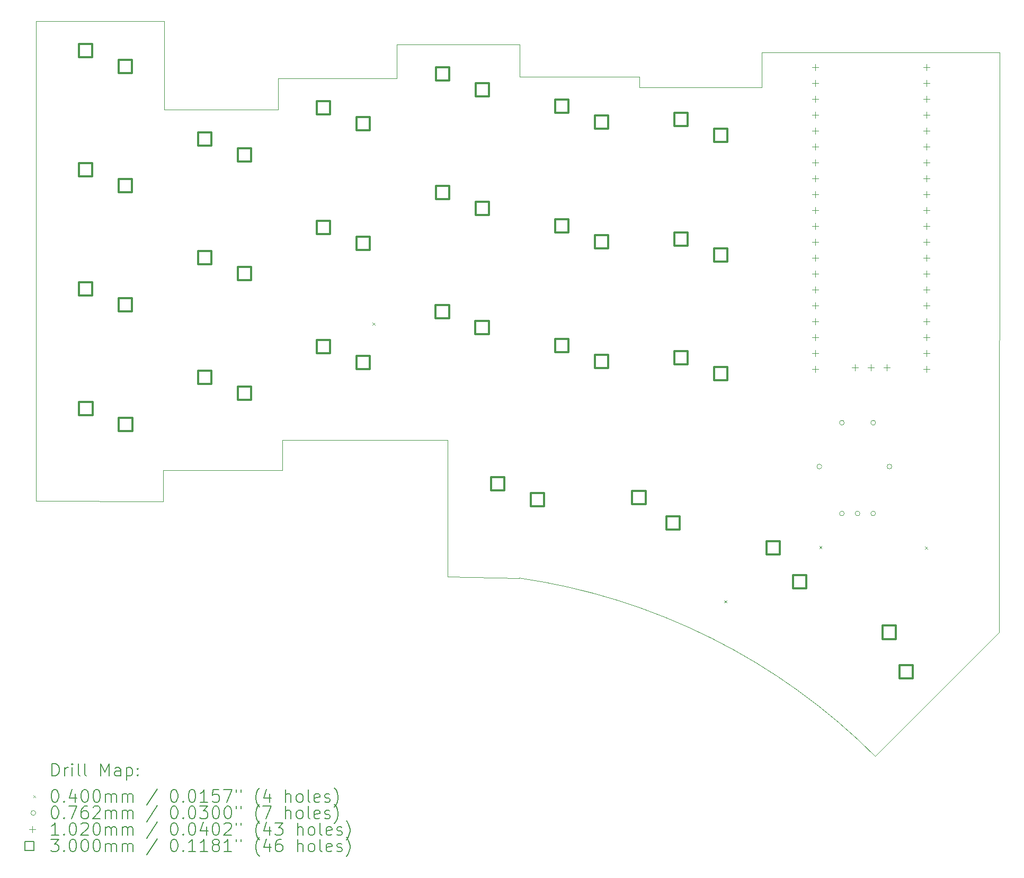
<source format=gbr>
%TF.GenerationSoftware,KiCad,Pcbnew,7.0.10-7.0.10~ubuntu23.10.1*%
%TF.CreationDate,2024-01-07T16:58:32-05:00*%
%TF.ProjectId,design,64657369-676e-42e6-9b69-6361645f7063,rev?*%
%TF.SameCoordinates,Original*%
%TF.FileFunction,Drillmap*%
%TF.FilePolarity,Positive*%
%FSLAX45Y45*%
G04 Gerber Fmt 4.5, Leading zero omitted, Abs format (unit mm)*
G04 Created by KiCad (PCBNEW 7.0.10-7.0.10~ubuntu23.10.1) date 2024-01-07 16:58:32*
%MOMM*%
%LPD*%
G01*
G04 APERTURE LIST*
%ADD10C,0.100000*%
%ADD11C,0.200000*%
%ADD12C,0.102000*%
%ADD13C,0.300000*%
G04 APERTURE END LIST*
D10*
X17320176Y-15739824D02*
X19300000Y-13760000D01*
X15510000Y-4490000D02*
X19310000Y-4490000D01*
X15510000Y-5050000D02*
X15510000Y-4490000D01*
X13550000Y-5050000D02*
X15510000Y-5050000D01*
X13550000Y-4880000D02*
X13550000Y-5050000D01*
X13550000Y-4880000D02*
X13540000Y-4880000D01*
X11640000Y-4880000D02*
X13540000Y-4880000D01*
X11640000Y-4360000D02*
X11640000Y-4880000D01*
X9680000Y-4360000D02*
X11640000Y-4360000D01*
X9680000Y-4900000D02*
X9680000Y-4360000D01*
X7780000Y-4900000D02*
X9680000Y-4900000D01*
X7780000Y-5400000D02*
X7780000Y-4900000D01*
X5960000Y-5400000D02*
X7780000Y-5400000D01*
X5960000Y-5120000D02*
X5960000Y-5400000D01*
X5960000Y-3990000D02*
X5960000Y-5120000D01*
X3910000Y-3990000D02*
X5960000Y-3990000D01*
X3910000Y-4070000D02*
X3910000Y-3990000D01*
X5940000Y-11670000D02*
X3910000Y-11660000D01*
X5940000Y-11170000D02*
X5940000Y-11670000D01*
X7850000Y-11170000D02*
X5940000Y-11170000D01*
X7850000Y-10690000D02*
X7850000Y-11170000D01*
X10490000Y-10690000D02*
X7850000Y-10690000D01*
X10490000Y-12870000D02*
X10490000Y-10690000D01*
X11634175Y-12893208D02*
X10490000Y-12870000D01*
X17320175Y-15739825D02*
G75*
G03*
X11634175Y-12893208I-7120175J-7120175D01*
G01*
X3910000Y-4070000D02*
X3910000Y-11660000D01*
X19300000Y-13760000D02*
X19310000Y-4490000D01*
D11*
D10*
X9290000Y-8810000D02*
X9330000Y-8850000D01*
X9330000Y-8810000D02*
X9290000Y-8850000D01*
X14910000Y-13250000D02*
X14950000Y-13290000D01*
X14950000Y-13250000D02*
X14910000Y-13290000D01*
X16430000Y-12380000D02*
X16470000Y-12420000D01*
X16470000Y-12380000D02*
X16430000Y-12420000D01*
X18120000Y-12390000D02*
X18160000Y-12430000D01*
X18160000Y-12390000D02*
X18120000Y-12430000D01*
X16468100Y-11110000D02*
G75*
G03*
X16391900Y-11110000I-38100J0D01*
G01*
X16391900Y-11110000D02*
G75*
G03*
X16468100Y-11110000I38100J0D01*
G01*
X16828100Y-10410000D02*
G75*
G03*
X16751900Y-10410000I-38100J0D01*
G01*
X16751900Y-10410000D02*
G75*
G03*
X16828100Y-10410000I38100J0D01*
G01*
X16828100Y-11860000D02*
G75*
G03*
X16751900Y-11860000I-38100J0D01*
G01*
X16751900Y-11860000D02*
G75*
G03*
X16828100Y-11860000I38100J0D01*
G01*
X17078100Y-11860000D02*
G75*
G03*
X17001900Y-11860000I-38100J0D01*
G01*
X17001900Y-11860000D02*
G75*
G03*
X17078100Y-11860000I38100J0D01*
G01*
X17328100Y-10410000D02*
G75*
G03*
X17251900Y-10410000I-38100J0D01*
G01*
X17251900Y-10410000D02*
G75*
G03*
X17328100Y-10410000I38100J0D01*
G01*
X17328100Y-11860000D02*
G75*
G03*
X17251900Y-11860000I-38100J0D01*
G01*
X17251900Y-11860000D02*
G75*
G03*
X17328100Y-11860000I38100J0D01*
G01*
X17588100Y-11110000D02*
G75*
G03*
X17511900Y-11110000I-38100J0D01*
G01*
X17511900Y-11110000D02*
G75*
G03*
X17588100Y-11110000I38100J0D01*
G01*
D12*
X16361000Y-4671500D02*
X16361000Y-4773500D01*
X16310000Y-4722500D02*
X16412000Y-4722500D01*
X16361000Y-4925500D02*
X16361000Y-5027500D01*
X16310000Y-4976500D02*
X16412000Y-4976500D01*
X16361000Y-5179500D02*
X16361000Y-5281500D01*
X16310000Y-5230500D02*
X16412000Y-5230500D01*
X16361000Y-5433500D02*
X16361000Y-5535500D01*
X16310000Y-5484500D02*
X16412000Y-5484500D01*
X16361000Y-5687500D02*
X16361000Y-5789500D01*
X16310000Y-5738500D02*
X16412000Y-5738500D01*
X16361000Y-5941500D02*
X16361000Y-6043500D01*
X16310000Y-5992500D02*
X16412000Y-5992500D01*
X16361000Y-6195500D02*
X16361000Y-6297500D01*
X16310000Y-6246500D02*
X16412000Y-6246500D01*
X16361000Y-6449500D02*
X16361000Y-6551500D01*
X16310000Y-6500500D02*
X16412000Y-6500500D01*
X16361000Y-6703500D02*
X16361000Y-6805500D01*
X16310000Y-6754500D02*
X16412000Y-6754500D01*
X16361000Y-6957500D02*
X16361000Y-7059500D01*
X16310000Y-7008500D02*
X16412000Y-7008500D01*
X16361000Y-7211500D02*
X16361000Y-7313500D01*
X16310000Y-7262500D02*
X16412000Y-7262500D01*
X16361000Y-7465500D02*
X16361000Y-7567500D01*
X16310000Y-7516500D02*
X16412000Y-7516500D01*
X16361000Y-7719500D02*
X16361000Y-7821500D01*
X16310000Y-7770500D02*
X16412000Y-7770500D01*
X16361000Y-7973500D02*
X16361000Y-8075500D01*
X16310000Y-8024500D02*
X16412000Y-8024500D01*
X16361000Y-8227500D02*
X16361000Y-8329500D01*
X16310000Y-8278500D02*
X16412000Y-8278500D01*
X16361000Y-8481500D02*
X16361000Y-8583500D01*
X16310000Y-8532500D02*
X16412000Y-8532500D01*
X16361000Y-8735500D02*
X16361000Y-8837500D01*
X16310000Y-8786500D02*
X16412000Y-8786500D01*
X16361000Y-8989500D02*
X16361000Y-9091500D01*
X16310000Y-9040500D02*
X16412000Y-9040500D01*
X16361000Y-9243500D02*
X16361000Y-9345500D01*
X16310000Y-9294500D02*
X16412000Y-9294500D01*
X16361000Y-9497500D02*
X16361000Y-9599500D01*
X16310000Y-9548500D02*
X16412000Y-9548500D01*
X16996000Y-9474500D02*
X16996000Y-9576500D01*
X16945000Y-9525500D02*
X17047000Y-9525500D01*
X17250000Y-9474500D02*
X17250000Y-9576500D01*
X17199000Y-9525500D02*
X17301000Y-9525500D01*
X17504000Y-9474500D02*
X17504000Y-9576500D01*
X17453000Y-9525500D02*
X17555000Y-9525500D01*
X18139000Y-4671500D02*
X18139000Y-4773500D01*
X18088000Y-4722500D02*
X18190000Y-4722500D01*
X18139000Y-4925500D02*
X18139000Y-5027500D01*
X18088000Y-4976500D02*
X18190000Y-4976500D01*
X18139000Y-5179500D02*
X18139000Y-5281500D01*
X18088000Y-5230500D02*
X18190000Y-5230500D01*
X18139000Y-5433500D02*
X18139000Y-5535500D01*
X18088000Y-5484500D02*
X18190000Y-5484500D01*
X18139000Y-5687500D02*
X18139000Y-5789500D01*
X18088000Y-5738500D02*
X18190000Y-5738500D01*
X18139000Y-5941500D02*
X18139000Y-6043500D01*
X18088000Y-5992500D02*
X18190000Y-5992500D01*
X18139000Y-6195500D02*
X18139000Y-6297500D01*
X18088000Y-6246500D02*
X18190000Y-6246500D01*
X18139000Y-6449500D02*
X18139000Y-6551500D01*
X18088000Y-6500500D02*
X18190000Y-6500500D01*
X18139000Y-6703500D02*
X18139000Y-6805500D01*
X18088000Y-6754500D02*
X18190000Y-6754500D01*
X18139000Y-6957500D02*
X18139000Y-7059500D01*
X18088000Y-7008500D02*
X18190000Y-7008500D01*
X18139000Y-7211500D02*
X18139000Y-7313500D01*
X18088000Y-7262500D02*
X18190000Y-7262500D01*
X18139000Y-7465500D02*
X18139000Y-7567500D01*
X18088000Y-7516500D02*
X18190000Y-7516500D01*
X18139000Y-7719500D02*
X18139000Y-7821500D01*
X18088000Y-7770500D02*
X18190000Y-7770500D01*
X18139000Y-7973500D02*
X18139000Y-8075500D01*
X18088000Y-8024500D02*
X18190000Y-8024500D01*
X18139000Y-8227500D02*
X18139000Y-8329500D01*
X18088000Y-8278500D02*
X18190000Y-8278500D01*
X18139000Y-8481500D02*
X18139000Y-8583500D01*
X18088000Y-8532500D02*
X18190000Y-8532500D01*
X18139000Y-8735500D02*
X18139000Y-8837500D01*
X18088000Y-8786500D02*
X18190000Y-8786500D01*
X18139000Y-8989500D02*
X18139000Y-9091500D01*
X18088000Y-9040500D02*
X18190000Y-9040500D01*
X18139000Y-9243500D02*
X18139000Y-9345500D01*
X18088000Y-9294500D02*
X18190000Y-9294500D01*
X18139000Y-9497500D02*
X18139000Y-9599500D01*
X18088000Y-9548500D02*
X18190000Y-9548500D01*
D13*
X4810067Y-4568067D02*
X4810067Y-4355933D01*
X4597933Y-4355933D01*
X4597933Y-4568067D01*
X4810067Y-4568067D01*
X4810067Y-6472067D02*
X4810067Y-6259933D01*
X4597933Y-6259933D01*
X4597933Y-6472067D01*
X4810067Y-6472067D01*
X4810067Y-8378067D02*
X4810067Y-8165933D01*
X4597933Y-8165933D01*
X4597933Y-8378067D01*
X4810067Y-8378067D01*
X4812067Y-10288067D02*
X4812067Y-10075933D01*
X4599933Y-10075933D01*
X4599933Y-10288067D01*
X4812067Y-10288067D01*
X5445067Y-4822067D02*
X5445067Y-4609933D01*
X5232933Y-4609933D01*
X5232933Y-4822067D01*
X5445067Y-4822067D01*
X5445067Y-6726067D02*
X5445067Y-6513933D01*
X5232933Y-6513933D01*
X5232933Y-6726067D01*
X5445067Y-6726067D01*
X5445067Y-8632067D02*
X5445067Y-8419933D01*
X5232933Y-8419933D01*
X5232933Y-8632067D01*
X5445067Y-8632067D01*
X5447067Y-10542067D02*
X5447067Y-10329933D01*
X5234933Y-10329933D01*
X5234933Y-10542067D01*
X5447067Y-10542067D01*
X6710067Y-5978067D02*
X6710067Y-5765933D01*
X6497933Y-5765933D01*
X6497933Y-5978067D01*
X6710067Y-5978067D01*
X6711067Y-7878067D02*
X6711067Y-7665933D01*
X6498933Y-7665933D01*
X6498933Y-7878067D01*
X6711067Y-7878067D01*
X6711067Y-9786067D02*
X6711067Y-9573933D01*
X6498933Y-9573933D01*
X6498933Y-9786067D01*
X6711067Y-9786067D01*
X7345067Y-6232067D02*
X7345067Y-6019933D01*
X7132933Y-6019933D01*
X7132933Y-6232067D01*
X7345067Y-6232067D01*
X7346067Y-8132067D02*
X7346067Y-7919933D01*
X7133933Y-7919933D01*
X7133933Y-8132067D01*
X7346067Y-8132067D01*
X7346067Y-10040067D02*
X7346067Y-9827933D01*
X7133933Y-9827933D01*
X7133933Y-10040067D01*
X7346067Y-10040067D01*
X8606067Y-5482067D02*
X8606067Y-5269933D01*
X8393933Y-5269933D01*
X8393933Y-5482067D01*
X8606067Y-5482067D01*
X8606067Y-7392067D02*
X8606067Y-7179933D01*
X8393933Y-7179933D01*
X8393933Y-7392067D01*
X8606067Y-7392067D01*
X8612067Y-9298067D02*
X8612067Y-9085933D01*
X8399933Y-9085933D01*
X8399933Y-9298067D01*
X8612067Y-9298067D01*
X9241067Y-5736067D02*
X9241067Y-5523933D01*
X9028933Y-5523933D01*
X9028933Y-5736067D01*
X9241067Y-5736067D01*
X9241067Y-7646067D02*
X9241067Y-7433933D01*
X9028933Y-7433933D01*
X9028933Y-7646067D01*
X9241067Y-7646067D01*
X9247067Y-9552067D02*
X9247067Y-9339933D01*
X9034933Y-9339933D01*
X9034933Y-9552067D01*
X9247067Y-9552067D01*
X10510067Y-8738067D02*
X10510067Y-8525933D01*
X10297933Y-8525933D01*
X10297933Y-8738067D01*
X10510067Y-8738067D01*
X10512067Y-4938067D02*
X10512067Y-4725933D01*
X10299933Y-4725933D01*
X10299933Y-4938067D01*
X10512067Y-4938067D01*
X10514067Y-6838067D02*
X10514067Y-6625933D01*
X10301933Y-6625933D01*
X10301933Y-6838067D01*
X10514067Y-6838067D01*
X11145067Y-8992067D02*
X11145067Y-8779933D01*
X10932933Y-8779933D01*
X10932933Y-8992067D01*
X11145067Y-8992067D01*
X11147067Y-5192067D02*
X11147067Y-4979933D01*
X10934933Y-4979933D01*
X10934933Y-5192067D01*
X11147067Y-5192067D01*
X11149067Y-7092067D02*
X11149067Y-6879933D01*
X10936933Y-6879933D01*
X10936933Y-7092067D01*
X11149067Y-7092067D01*
X11392067Y-11488067D02*
X11392067Y-11275933D01*
X11179933Y-11275933D01*
X11179933Y-11488067D01*
X11392067Y-11488067D01*
X12027067Y-11742067D02*
X12027067Y-11529933D01*
X11814933Y-11529933D01*
X11814933Y-11742067D01*
X12027067Y-11742067D01*
X12420067Y-5458067D02*
X12420067Y-5245933D01*
X12207933Y-5245933D01*
X12207933Y-5458067D01*
X12420067Y-5458067D01*
X12420067Y-9278067D02*
X12420067Y-9065933D01*
X12207933Y-9065933D01*
X12207933Y-9278067D01*
X12420067Y-9278067D01*
X12422067Y-7368067D02*
X12422067Y-7155933D01*
X12209933Y-7155933D01*
X12209933Y-7368067D01*
X12422067Y-7368067D01*
X13055067Y-5712067D02*
X13055067Y-5499933D01*
X12842933Y-5499933D01*
X12842933Y-5712067D01*
X13055067Y-5712067D01*
X13055067Y-9532067D02*
X13055067Y-9319933D01*
X12842933Y-9319933D01*
X12842933Y-9532067D01*
X13055067Y-9532067D01*
X13057067Y-7622067D02*
X13057067Y-7409933D01*
X12844933Y-7409933D01*
X12844933Y-7622067D01*
X13057067Y-7622067D01*
X13651512Y-11708156D02*
X13651512Y-11496022D01*
X13439378Y-11496022D01*
X13439378Y-11708156D01*
X13651512Y-11708156D01*
X14199134Y-12117852D02*
X14199134Y-11905718D01*
X13987000Y-11905718D01*
X13987000Y-12117852D01*
X14199134Y-12117852D01*
X14324067Y-5668067D02*
X14324067Y-5455933D01*
X14111933Y-5455933D01*
X14111933Y-5668067D01*
X14324067Y-5668067D01*
X14324067Y-7578067D02*
X14324067Y-7365933D01*
X14111933Y-7365933D01*
X14111933Y-7578067D01*
X14324067Y-7578067D01*
X14324067Y-9478067D02*
X14324067Y-9265933D01*
X14111933Y-9265933D01*
X14111933Y-9478067D01*
X14324067Y-9478067D01*
X14959067Y-5922067D02*
X14959067Y-5709933D01*
X14746933Y-5709933D01*
X14746933Y-5922067D01*
X14959067Y-5922067D01*
X14959067Y-7832067D02*
X14959067Y-7619933D01*
X14746933Y-7619933D01*
X14746933Y-7832067D01*
X14959067Y-7832067D01*
X14959067Y-9732067D02*
X14959067Y-9519933D01*
X14746933Y-9519933D01*
X14746933Y-9732067D01*
X14959067Y-9732067D01*
X15800096Y-12519126D02*
X15800096Y-12306992D01*
X15587962Y-12306992D01*
X15587962Y-12519126D01*
X15800096Y-12519126D01*
X16223023Y-13056596D02*
X16223023Y-12844462D01*
X16010889Y-12844462D01*
X16010889Y-13056596D01*
X16223023Y-13056596D01*
X17654882Y-13866462D02*
X17654882Y-13654328D01*
X17442748Y-13654328D01*
X17442748Y-13866462D01*
X17654882Y-13866462D01*
X17924290Y-14495080D02*
X17924290Y-14282946D01*
X17712156Y-14282946D01*
X17712156Y-14495080D01*
X17924290Y-14495080D01*
D11*
X4165777Y-16056308D02*
X4165777Y-15856308D01*
X4165777Y-15856308D02*
X4213396Y-15856308D01*
X4213396Y-15856308D02*
X4241967Y-15865832D01*
X4241967Y-15865832D02*
X4261015Y-15884880D01*
X4261015Y-15884880D02*
X4270539Y-15903927D01*
X4270539Y-15903927D02*
X4280063Y-15942022D01*
X4280063Y-15942022D02*
X4280063Y-15970594D01*
X4280063Y-15970594D02*
X4270539Y-16008689D01*
X4270539Y-16008689D02*
X4261015Y-16027737D01*
X4261015Y-16027737D02*
X4241967Y-16046784D01*
X4241967Y-16046784D02*
X4213396Y-16056308D01*
X4213396Y-16056308D02*
X4165777Y-16056308D01*
X4365777Y-16056308D02*
X4365777Y-15922975D01*
X4365777Y-15961070D02*
X4375301Y-15942022D01*
X4375301Y-15942022D02*
X4384824Y-15932499D01*
X4384824Y-15932499D02*
X4403872Y-15922975D01*
X4403872Y-15922975D02*
X4422920Y-15922975D01*
X4489586Y-16056308D02*
X4489586Y-15922975D01*
X4489586Y-15856308D02*
X4480063Y-15865832D01*
X4480063Y-15865832D02*
X4489586Y-15875356D01*
X4489586Y-15875356D02*
X4499110Y-15865832D01*
X4499110Y-15865832D02*
X4489586Y-15856308D01*
X4489586Y-15856308D02*
X4489586Y-15875356D01*
X4613396Y-16056308D02*
X4594348Y-16046784D01*
X4594348Y-16046784D02*
X4584824Y-16027737D01*
X4584824Y-16027737D02*
X4584824Y-15856308D01*
X4718158Y-16056308D02*
X4699110Y-16046784D01*
X4699110Y-16046784D02*
X4689586Y-16027737D01*
X4689586Y-16027737D02*
X4689586Y-15856308D01*
X4946729Y-16056308D02*
X4946729Y-15856308D01*
X4946729Y-15856308D02*
X5013396Y-15999165D01*
X5013396Y-15999165D02*
X5080063Y-15856308D01*
X5080063Y-15856308D02*
X5080063Y-16056308D01*
X5261015Y-16056308D02*
X5261015Y-15951546D01*
X5261015Y-15951546D02*
X5251491Y-15932499D01*
X5251491Y-15932499D02*
X5232444Y-15922975D01*
X5232444Y-15922975D02*
X5194348Y-15922975D01*
X5194348Y-15922975D02*
X5175301Y-15932499D01*
X5261015Y-16046784D02*
X5241967Y-16056308D01*
X5241967Y-16056308D02*
X5194348Y-16056308D01*
X5194348Y-16056308D02*
X5175301Y-16046784D01*
X5175301Y-16046784D02*
X5165777Y-16027737D01*
X5165777Y-16027737D02*
X5165777Y-16008689D01*
X5165777Y-16008689D02*
X5175301Y-15989642D01*
X5175301Y-15989642D02*
X5194348Y-15980118D01*
X5194348Y-15980118D02*
X5241967Y-15980118D01*
X5241967Y-15980118D02*
X5261015Y-15970594D01*
X5356253Y-15922975D02*
X5356253Y-16122975D01*
X5356253Y-15932499D02*
X5375301Y-15922975D01*
X5375301Y-15922975D02*
X5413396Y-15922975D01*
X5413396Y-15922975D02*
X5432444Y-15932499D01*
X5432444Y-15932499D02*
X5441967Y-15942022D01*
X5441967Y-15942022D02*
X5451491Y-15961070D01*
X5451491Y-15961070D02*
X5451491Y-16018213D01*
X5451491Y-16018213D02*
X5441967Y-16037261D01*
X5441967Y-16037261D02*
X5432444Y-16046784D01*
X5432444Y-16046784D02*
X5413396Y-16056308D01*
X5413396Y-16056308D02*
X5375301Y-16056308D01*
X5375301Y-16056308D02*
X5356253Y-16046784D01*
X5537205Y-16037261D02*
X5546729Y-16046784D01*
X5546729Y-16046784D02*
X5537205Y-16056308D01*
X5537205Y-16056308D02*
X5527682Y-16046784D01*
X5527682Y-16046784D02*
X5537205Y-16037261D01*
X5537205Y-16037261D02*
X5537205Y-16056308D01*
X5537205Y-15932499D02*
X5546729Y-15942022D01*
X5546729Y-15942022D02*
X5537205Y-15951546D01*
X5537205Y-15951546D02*
X5527682Y-15942022D01*
X5527682Y-15942022D02*
X5537205Y-15932499D01*
X5537205Y-15932499D02*
X5537205Y-15951546D01*
D10*
X3865000Y-16364824D02*
X3905000Y-16404824D01*
X3905000Y-16364824D02*
X3865000Y-16404824D01*
D11*
X4203872Y-16276308D02*
X4222920Y-16276308D01*
X4222920Y-16276308D02*
X4241967Y-16285832D01*
X4241967Y-16285832D02*
X4251491Y-16295356D01*
X4251491Y-16295356D02*
X4261015Y-16314403D01*
X4261015Y-16314403D02*
X4270539Y-16352499D01*
X4270539Y-16352499D02*
X4270539Y-16400118D01*
X4270539Y-16400118D02*
X4261015Y-16438213D01*
X4261015Y-16438213D02*
X4251491Y-16457261D01*
X4251491Y-16457261D02*
X4241967Y-16466784D01*
X4241967Y-16466784D02*
X4222920Y-16476308D01*
X4222920Y-16476308D02*
X4203872Y-16476308D01*
X4203872Y-16476308D02*
X4184824Y-16466784D01*
X4184824Y-16466784D02*
X4175301Y-16457261D01*
X4175301Y-16457261D02*
X4165777Y-16438213D01*
X4165777Y-16438213D02*
X4156253Y-16400118D01*
X4156253Y-16400118D02*
X4156253Y-16352499D01*
X4156253Y-16352499D02*
X4165777Y-16314403D01*
X4165777Y-16314403D02*
X4175301Y-16295356D01*
X4175301Y-16295356D02*
X4184824Y-16285832D01*
X4184824Y-16285832D02*
X4203872Y-16276308D01*
X4356253Y-16457261D02*
X4365777Y-16466784D01*
X4365777Y-16466784D02*
X4356253Y-16476308D01*
X4356253Y-16476308D02*
X4346729Y-16466784D01*
X4346729Y-16466784D02*
X4356253Y-16457261D01*
X4356253Y-16457261D02*
X4356253Y-16476308D01*
X4537205Y-16342975D02*
X4537205Y-16476308D01*
X4489586Y-16266784D02*
X4441967Y-16409642D01*
X4441967Y-16409642D02*
X4565777Y-16409642D01*
X4680063Y-16276308D02*
X4699110Y-16276308D01*
X4699110Y-16276308D02*
X4718158Y-16285832D01*
X4718158Y-16285832D02*
X4727682Y-16295356D01*
X4727682Y-16295356D02*
X4737205Y-16314403D01*
X4737205Y-16314403D02*
X4746729Y-16352499D01*
X4746729Y-16352499D02*
X4746729Y-16400118D01*
X4746729Y-16400118D02*
X4737205Y-16438213D01*
X4737205Y-16438213D02*
X4727682Y-16457261D01*
X4727682Y-16457261D02*
X4718158Y-16466784D01*
X4718158Y-16466784D02*
X4699110Y-16476308D01*
X4699110Y-16476308D02*
X4680063Y-16476308D01*
X4680063Y-16476308D02*
X4661015Y-16466784D01*
X4661015Y-16466784D02*
X4651491Y-16457261D01*
X4651491Y-16457261D02*
X4641967Y-16438213D01*
X4641967Y-16438213D02*
X4632444Y-16400118D01*
X4632444Y-16400118D02*
X4632444Y-16352499D01*
X4632444Y-16352499D02*
X4641967Y-16314403D01*
X4641967Y-16314403D02*
X4651491Y-16295356D01*
X4651491Y-16295356D02*
X4661015Y-16285832D01*
X4661015Y-16285832D02*
X4680063Y-16276308D01*
X4870539Y-16276308D02*
X4889586Y-16276308D01*
X4889586Y-16276308D02*
X4908634Y-16285832D01*
X4908634Y-16285832D02*
X4918158Y-16295356D01*
X4918158Y-16295356D02*
X4927682Y-16314403D01*
X4927682Y-16314403D02*
X4937205Y-16352499D01*
X4937205Y-16352499D02*
X4937205Y-16400118D01*
X4937205Y-16400118D02*
X4927682Y-16438213D01*
X4927682Y-16438213D02*
X4918158Y-16457261D01*
X4918158Y-16457261D02*
X4908634Y-16466784D01*
X4908634Y-16466784D02*
X4889586Y-16476308D01*
X4889586Y-16476308D02*
X4870539Y-16476308D01*
X4870539Y-16476308D02*
X4851491Y-16466784D01*
X4851491Y-16466784D02*
X4841967Y-16457261D01*
X4841967Y-16457261D02*
X4832444Y-16438213D01*
X4832444Y-16438213D02*
X4822920Y-16400118D01*
X4822920Y-16400118D02*
X4822920Y-16352499D01*
X4822920Y-16352499D02*
X4832444Y-16314403D01*
X4832444Y-16314403D02*
X4841967Y-16295356D01*
X4841967Y-16295356D02*
X4851491Y-16285832D01*
X4851491Y-16285832D02*
X4870539Y-16276308D01*
X5022920Y-16476308D02*
X5022920Y-16342975D01*
X5022920Y-16362022D02*
X5032444Y-16352499D01*
X5032444Y-16352499D02*
X5051491Y-16342975D01*
X5051491Y-16342975D02*
X5080063Y-16342975D01*
X5080063Y-16342975D02*
X5099110Y-16352499D01*
X5099110Y-16352499D02*
X5108634Y-16371546D01*
X5108634Y-16371546D02*
X5108634Y-16476308D01*
X5108634Y-16371546D02*
X5118158Y-16352499D01*
X5118158Y-16352499D02*
X5137205Y-16342975D01*
X5137205Y-16342975D02*
X5165777Y-16342975D01*
X5165777Y-16342975D02*
X5184825Y-16352499D01*
X5184825Y-16352499D02*
X5194348Y-16371546D01*
X5194348Y-16371546D02*
X5194348Y-16476308D01*
X5289586Y-16476308D02*
X5289586Y-16342975D01*
X5289586Y-16362022D02*
X5299110Y-16352499D01*
X5299110Y-16352499D02*
X5318158Y-16342975D01*
X5318158Y-16342975D02*
X5346729Y-16342975D01*
X5346729Y-16342975D02*
X5365777Y-16352499D01*
X5365777Y-16352499D02*
X5375301Y-16371546D01*
X5375301Y-16371546D02*
X5375301Y-16476308D01*
X5375301Y-16371546D02*
X5384825Y-16352499D01*
X5384825Y-16352499D02*
X5403872Y-16342975D01*
X5403872Y-16342975D02*
X5432444Y-16342975D01*
X5432444Y-16342975D02*
X5451491Y-16352499D01*
X5451491Y-16352499D02*
X5461015Y-16371546D01*
X5461015Y-16371546D02*
X5461015Y-16476308D01*
X5851491Y-16266784D02*
X5680063Y-16523927D01*
X6108634Y-16276308D02*
X6127682Y-16276308D01*
X6127682Y-16276308D02*
X6146729Y-16285832D01*
X6146729Y-16285832D02*
X6156253Y-16295356D01*
X6156253Y-16295356D02*
X6165777Y-16314403D01*
X6165777Y-16314403D02*
X6175301Y-16352499D01*
X6175301Y-16352499D02*
X6175301Y-16400118D01*
X6175301Y-16400118D02*
X6165777Y-16438213D01*
X6165777Y-16438213D02*
X6156253Y-16457261D01*
X6156253Y-16457261D02*
X6146729Y-16466784D01*
X6146729Y-16466784D02*
X6127682Y-16476308D01*
X6127682Y-16476308D02*
X6108634Y-16476308D01*
X6108634Y-16476308D02*
X6089586Y-16466784D01*
X6089586Y-16466784D02*
X6080063Y-16457261D01*
X6080063Y-16457261D02*
X6070539Y-16438213D01*
X6070539Y-16438213D02*
X6061015Y-16400118D01*
X6061015Y-16400118D02*
X6061015Y-16352499D01*
X6061015Y-16352499D02*
X6070539Y-16314403D01*
X6070539Y-16314403D02*
X6080063Y-16295356D01*
X6080063Y-16295356D02*
X6089586Y-16285832D01*
X6089586Y-16285832D02*
X6108634Y-16276308D01*
X6261015Y-16457261D02*
X6270539Y-16466784D01*
X6270539Y-16466784D02*
X6261015Y-16476308D01*
X6261015Y-16476308D02*
X6251491Y-16466784D01*
X6251491Y-16466784D02*
X6261015Y-16457261D01*
X6261015Y-16457261D02*
X6261015Y-16476308D01*
X6394348Y-16276308D02*
X6413396Y-16276308D01*
X6413396Y-16276308D02*
X6432444Y-16285832D01*
X6432444Y-16285832D02*
X6441967Y-16295356D01*
X6441967Y-16295356D02*
X6451491Y-16314403D01*
X6451491Y-16314403D02*
X6461015Y-16352499D01*
X6461015Y-16352499D02*
X6461015Y-16400118D01*
X6461015Y-16400118D02*
X6451491Y-16438213D01*
X6451491Y-16438213D02*
X6441967Y-16457261D01*
X6441967Y-16457261D02*
X6432444Y-16466784D01*
X6432444Y-16466784D02*
X6413396Y-16476308D01*
X6413396Y-16476308D02*
X6394348Y-16476308D01*
X6394348Y-16476308D02*
X6375301Y-16466784D01*
X6375301Y-16466784D02*
X6365777Y-16457261D01*
X6365777Y-16457261D02*
X6356253Y-16438213D01*
X6356253Y-16438213D02*
X6346729Y-16400118D01*
X6346729Y-16400118D02*
X6346729Y-16352499D01*
X6346729Y-16352499D02*
X6356253Y-16314403D01*
X6356253Y-16314403D02*
X6365777Y-16295356D01*
X6365777Y-16295356D02*
X6375301Y-16285832D01*
X6375301Y-16285832D02*
X6394348Y-16276308D01*
X6651491Y-16476308D02*
X6537206Y-16476308D01*
X6594348Y-16476308D02*
X6594348Y-16276308D01*
X6594348Y-16276308D02*
X6575301Y-16304880D01*
X6575301Y-16304880D02*
X6556253Y-16323927D01*
X6556253Y-16323927D02*
X6537206Y-16333451D01*
X6832444Y-16276308D02*
X6737206Y-16276308D01*
X6737206Y-16276308D02*
X6727682Y-16371546D01*
X6727682Y-16371546D02*
X6737206Y-16362022D01*
X6737206Y-16362022D02*
X6756253Y-16352499D01*
X6756253Y-16352499D02*
X6803872Y-16352499D01*
X6803872Y-16352499D02*
X6822920Y-16362022D01*
X6822920Y-16362022D02*
X6832444Y-16371546D01*
X6832444Y-16371546D02*
X6841967Y-16390594D01*
X6841967Y-16390594D02*
X6841967Y-16438213D01*
X6841967Y-16438213D02*
X6832444Y-16457261D01*
X6832444Y-16457261D02*
X6822920Y-16466784D01*
X6822920Y-16466784D02*
X6803872Y-16476308D01*
X6803872Y-16476308D02*
X6756253Y-16476308D01*
X6756253Y-16476308D02*
X6737206Y-16466784D01*
X6737206Y-16466784D02*
X6727682Y-16457261D01*
X6908634Y-16276308D02*
X7041967Y-16276308D01*
X7041967Y-16276308D02*
X6956253Y-16476308D01*
X7108634Y-16276308D02*
X7108634Y-16314403D01*
X7184825Y-16276308D02*
X7184825Y-16314403D01*
X7480063Y-16552499D02*
X7470539Y-16542975D01*
X7470539Y-16542975D02*
X7451491Y-16514403D01*
X7451491Y-16514403D02*
X7441968Y-16495356D01*
X7441968Y-16495356D02*
X7432444Y-16466784D01*
X7432444Y-16466784D02*
X7422920Y-16419165D01*
X7422920Y-16419165D02*
X7422920Y-16381070D01*
X7422920Y-16381070D02*
X7432444Y-16333451D01*
X7432444Y-16333451D02*
X7441968Y-16304880D01*
X7441968Y-16304880D02*
X7451491Y-16285832D01*
X7451491Y-16285832D02*
X7470539Y-16257261D01*
X7470539Y-16257261D02*
X7480063Y-16247737D01*
X7641968Y-16342975D02*
X7641968Y-16476308D01*
X7594348Y-16266784D02*
X7546729Y-16409642D01*
X7546729Y-16409642D02*
X7670539Y-16409642D01*
X7899110Y-16476308D02*
X7899110Y-16276308D01*
X7984825Y-16476308D02*
X7984825Y-16371546D01*
X7984825Y-16371546D02*
X7975301Y-16352499D01*
X7975301Y-16352499D02*
X7956253Y-16342975D01*
X7956253Y-16342975D02*
X7927682Y-16342975D01*
X7927682Y-16342975D02*
X7908634Y-16352499D01*
X7908634Y-16352499D02*
X7899110Y-16362022D01*
X8108634Y-16476308D02*
X8089587Y-16466784D01*
X8089587Y-16466784D02*
X8080063Y-16457261D01*
X8080063Y-16457261D02*
X8070539Y-16438213D01*
X8070539Y-16438213D02*
X8070539Y-16381070D01*
X8070539Y-16381070D02*
X8080063Y-16362022D01*
X8080063Y-16362022D02*
X8089587Y-16352499D01*
X8089587Y-16352499D02*
X8108634Y-16342975D01*
X8108634Y-16342975D02*
X8137206Y-16342975D01*
X8137206Y-16342975D02*
X8156253Y-16352499D01*
X8156253Y-16352499D02*
X8165777Y-16362022D01*
X8165777Y-16362022D02*
X8175301Y-16381070D01*
X8175301Y-16381070D02*
X8175301Y-16438213D01*
X8175301Y-16438213D02*
X8165777Y-16457261D01*
X8165777Y-16457261D02*
X8156253Y-16466784D01*
X8156253Y-16466784D02*
X8137206Y-16476308D01*
X8137206Y-16476308D02*
X8108634Y-16476308D01*
X8289587Y-16476308D02*
X8270539Y-16466784D01*
X8270539Y-16466784D02*
X8261015Y-16447737D01*
X8261015Y-16447737D02*
X8261015Y-16276308D01*
X8441968Y-16466784D02*
X8422920Y-16476308D01*
X8422920Y-16476308D02*
X8384825Y-16476308D01*
X8384825Y-16476308D02*
X8365777Y-16466784D01*
X8365777Y-16466784D02*
X8356253Y-16447737D01*
X8356253Y-16447737D02*
X8356253Y-16371546D01*
X8356253Y-16371546D02*
X8365777Y-16352499D01*
X8365777Y-16352499D02*
X8384825Y-16342975D01*
X8384825Y-16342975D02*
X8422920Y-16342975D01*
X8422920Y-16342975D02*
X8441968Y-16352499D01*
X8441968Y-16352499D02*
X8451492Y-16371546D01*
X8451492Y-16371546D02*
X8451492Y-16390594D01*
X8451492Y-16390594D02*
X8356253Y-16409642D01*
X8527682Y-16466784D02*
X8546730Y-16476308D01*
X8546730Y-16476308D02*
X8584825Y-16476308D01*
X8584825Y-16476308D02*
X8603873Y-16466784D01*
X8603873Y-16466784D02*
X8613396Y-16447737D01*
X8613396Y-16447737D02*
X8613396Y-16438213D01*
X8613396Y-16438213D02*
X8603873Y-16419165D01*
X8603873Y-16419165D02*
X8584825Y-16409642D01*
X8584825Y-16409642D02*
X8556253Y-16409642D01*
X8556253Y-16409642D02*
X8537206Y-16400118D01*
X8537206Y-16400118D02*
X8527682Y-16381070D01*
X8527682Y-16381070D02*
X8527682Y-16371546D01*
X8527682Y-16371546D02*
X8537206Y-16352499D01*
X8537206Y-16352499D02*
X8556253Y-16342975D01*
X8556253Y-16342975D02*
X8584825Y-16342975D01*
X8584825Y-16342975D02*
X8603873Y-16352499D01*
X8680063Y-16552499D02*
X8689587Y-16542975D01*
X8689587Y-16542975D02*
X8708634Y-16514403D01*
X8708634Y-16514403D02*
X8718158Y-16495356D01*
X8718158Y-16495356D02*
X8727682Y-16466784D01*
X8727682Y-16466784D02*
X8737206Y-16419165D01*
X8737206Y-16419165D02*
X8737206Y-16381070D01*
X8737206Y-16381070D02*
X8727682Y-16333451D01*
X8727682Y-16333451D02*
X8718158Y-16304880D01*
X8718158Y-16304880D02*
X8708634Y-16285832D01*
X8708634Y-16285832D02*
X8689587Y-16257261D01*
X8689587Y-16257261D02*
X8680063Y-16247737D01*
D10*
X3905000Y-16648824D02*
G75*
G03*
X3828800Y-16648824I-38100J0D01*
G01*
X3828800Y-16648824D02*
G75*
G03*
X3905000Y-16648824I38100J0D01*
G01*
D11*
X4203872Y-16540308D02*
X4222920Y-16540308D01*
X4222920Y-16540308D02*
X4241967Y-16549832D01*
X4241967Y-16549832D02*
X4251491Y-16559356D01*
X4251491Y-16559356D02*
X4261015Y-16578403D01*
X4261015Y-16578403D02*
X4270539Y-16616499D01*
X4270539Y-16616499D02*
X4270539Y-16664118D01*
X4270539Y-16664118D02*
X4261015Y-16702213D01*
X4261015Y-16702213D02*
X4251491Y-16721261D01*
X4251491Y-16721261D02*
X4241967Y-16730784D01*
X4241967Y-16730784D02*
X4222920Y-16740308D01*
X4222920Y-16740308D02*
X4203872Y-16740308D01*
X4203872Y-16740308D02*
X4184824Y-16730784D01*
X4184824Y-16730784D02*
X4175301Y-16721261D01*
X4175301Y-16721261D02*
X4165777Y-16702213D01*
X4165777Y-16702213D02*
X4156253Y-16664118D01*
X4156253Y-16664118D02*
X4156253Y-16616499D01*
X4156253Y-16616499D02*
X4165777Y-16578403D01*
X4165777Y-16578403D02*
X4175301Y-16559356D01*
X4175301Y-16559356D02*
X4184824Y-16549832D01*
X4184824Y-16549832D02*
X4203872Y-16540308D01*
X4356253Y-16721261D02*
X4365777Y-16730784D01*
X4365777Y-16730784D02*
X4356253Y-16740308D01*
X4356253Y-16740308D02*
X4346729Y-16730784D01*
X4346729Y-16730784D02*
X4356253Y-16721261D01*
X4356253Y-16721261D02*
X4356253Y-16740308D01*
X4432444Y-16540308D02*
X4565777Y-16540308D01*
X4565777Y-16540308D02*
X4480063Y-16740308D01*
X4727682Y-16540308D02*
X4689586Y-16540308D01*
X4689586Y-16540308D02*
X4670539Y-16549832D01*
X4670539Y-16549832D02*
X4661015Y-16559356D01*
X4661015Y-16559356D02*
X4641967Y-16587927D01*
X4641967Y-16587927D02*
X4632444Y-16626022D01*
X4632444Y-16626022D02*
X4632444Y-16702213D01*
X4632444Y-16702213D02*
X4641967Y-16721261D01*
X4641967Y-16721261D02*
X4651491Y-16730784D01*
X4651491Y-16730784D02*
X4670539Y-16740308D01*
X4670539Y-16740308D02*
X4708634Y-16740308D01*
X4708634Y-16740308D02*
X4727682Y-16730784D01*
X4727682Y-16730784D02*
X4737205Y-16721261D01*
X4737205Y-16721261D02*
X4746729Y-16702213D01*
X4746729Y-16702213D02*
X4746729Y-16654594D01*
X4746729Y-16654594D02*
X4737205Y-16635546D01*
X4737205Y-16635546D02*
X4727682Y-16626022D01*
X4727682Y-16626022D02*
X4708634Y-16616499D01*
X4708634Y-16616499D02*
X4670539Y-16616499D01*
X4670539Y-16616499D02*
X4651491Y-16626022D01*
X4651491Y-16626022D02*
X4641967Y-16635546D01*
X4641967Y-16635546D02*
X4632444Y-16654594D01*
X4822920Y-16559356D02*
X4832444Y-16549832D01*
X4832444Y-16549832D02*
X4851491Y-16540308D01*
X4851491Y-16540308D02*
X4899110Y-16540308D01*
X4899110Y-16540308D02*
X4918158Y-16549832D01*
X4918158Y-16549832D02*
X4927682Y-16559356D01*
X4927682Y-16559356D02*
X4937205Y-16578403D01*
X4937205Y-16578403D02*
X4937205Y-16597451D01*
X4937205Y-16597451D02*
X4927682Y-16626022D01*
X4927682Y-16626022D02*
X4813396Y-16740308D01*
X4813396Y-16740308D02*
X4937205Y-16740308D01*
X5022920Y-16740308D02*
X5022920Y-16606975D01*
X5022920Y-16626022D02*
X5032444Y-16616499D01*
X5032444Y-16616499D02*
X5051491Y-16606975D01*
X5051491Y-16606975D02*
X5080063Y-16606975D01*
X5080063Y-16606975D02*
X5099110Y-16616499D01*
X5099110Y-16616499D02*
X5108634Y-16635546D01*
X5108634Y-16635546D02*
X5108634Y-16740308D01*
X5108634Y-16635546D02*
X5118158Y-16616499D01*
X5118158Y-16616499D02*
X5137205Y-16606975D01*
X5137205Y-16606975D02*
X5165777Y-16606975D01*
X5165777Y-16606975D02*
X5184825Y-16616499D01*
X5184825Y-16616499D02*
X5194348Y-16635546D01*
X5194348Y-16635546D02*
X5194348Y-16740308D01*
X5289586Y-16740308D02*
X5289586Y-16606975D01*
X5289586Y-16626022D02*
X5299110Y-16616499D01*
X5299110Y-16616499D02*
X5318158Y-16606975D01*
X5318158Y-16606975D02*
X5346729Y-16606975D01*
X5346729Y-16606975D02*
X5365777Y-16616499D01*
X5365777Y-16616499D02*
X5375301Y-16635546D01*
X5375301Y-16635546D02*
X5375301Y-16740308D01*
X5375301Y-16635546D02*
X5384825Y-16616499D01*
X5384825Y-16616499D02*
X5403872Y-16606975D01*
X5403872Y-16606975D02*
X5432444Y-16606975D01*
X5432444Y-16606975D02*
X5451491Y-16616499D01*
X5451491Y-16616499D02*
X5461015Y-16635546D01*
X5461015Y-16635546D02*
X5461015Y-16740308D01*
X5851491Y-16530784D02*
X5680063Y-16787927D01*
X6108634Y-16540308D02*
X6127682Y-16540308D01*
X6127682Y-16540308D02*
X6146729Y-16549832D01*
X6146729Y-16549832D02*
X6156253Y-16559356D01*
X6156253Y-16559356D02*
X6165777Y-16578403D01*
X6165777Y-16578403D02*
X6175301Y-16616499D01*
X6175301Y-16616499D02*
X6175301Y-16664118D01*
X6175301Y-16664118D02*
X6165777Y-16702213D01*
X6165777Y-16702213D02*
X6156253Y-16721261D01*
X6156253Y-16721261D02*
X6146729Y-16730784D01*
X6146729Y-16730784D02*
X6127682Y-16740308D01*
X6127682Y-16740308D02*
X6108634Y-16740308D01*
X6108634Y-16740308D02*
X6089586Y-16730784D01*
X6089586Y-16730784D02*
X6080063Y-16721261D01*
X6080063Y-16721261D02*
X6070539Y-16702213D01*
X6070539Y-16702213D02*
X6061015Y-16664118D01*
X6061015Y-16664118D02*
X6061015Y-16616499D01*
X6061015Y-16616499D02*
X6070539Y-16578403D01*
X6070539Y-16578403D02*
X6080063Y-16559356D01*
X6080063Y-16559356D02*
X6089586Y-16549832D01*
X6089586Y-16549832D02*
X6108634Y-16540308D01*
X6261015Y-16721261D02*
X6270539Y-16730784D01*
X6270539Y-16730784D02*
X6261015Y-16740308D01*
X6261015Y-16740308D02*
X6251491Y-16730784D01*
X6251491Y-16730784D02*
X6261015Y-16721261D01*
X6261015Y-16721261D02*
X6261015Y-16740308D01*
X6394348Y-16540308D02*
X6413396Y-16540308D01*
X6413396Y-16540308D02*
X6432444Y-16549832D01*
X6432444Y-16549832D02*
X6441967Y-16559356D01*
X6441967Y-16559356D02*
X6451491Y-16578403D01*
X6451491Y-16578403D02*
X6461015Y-16616499D01*
X6461015Y-16616499D02*
X6461015Y-16664118D01*
X6461015Y-16664118D02*
X6451491Y-16702213D01*
X6451491Y-16702213D02*
X6441967Y-16721261D01*
X6441967Y-16721261D02*
X6432444Y-16730784D01*
X6432444Y-16730784D02*
X6413396Y-16740308D01*
X6413396Y-16740308D02*
X6394348Y-16740308D01*
X6394348Y-16740308D02*
X6375301Y-16730784D01*
X6375301Y-16730784D02*
X6365777Y-16721261D01*
X6365777Y-16721261D02*
X6356253Y-16702213D01*
X6356253Y-16702213D02*
X6346729Y-16664118D01*
X6346729Y-16664118D02*
X6346729Y-16616499D01*
X6346729Y-16616499D02*
X6356253Y-16578403D01*
X6356253Y-16578403D02*
X6365777Y-16559356D01*
X6365777Y-16559356D02*
X6375301Y-16549832D01*
X6375301Y-16549832D02*
X6394348Y-16540308D01*
X6527682Y-16540308D02*
X6651491Y-16540308D01*
X6651491Y-16540308D02*
X6584825Y-16616499D01*
X6584825Y-16616499D02*
X6613396Y-16616499D01*
X6613396Y-16616499D02*
X6632444Y-16626022D01*
X6632444Y-16626022D02*
X6641967Y-16635546D01*
X6641967Y-16635546D02*
X6651491Y-16654594D01*
X6651491Y-16654594D02*
X6651491Y-16702213D01*
X6651491Y-16702213D02*
X6641967Y-16721261D01*
X6641967Y-16721261D02*
X6632444Y-16730784D01*
X6632444Y-16730784D02*
X6613396Y-16740308D01*
X6613396Y-16740308D02*
X6556253Y-16740308D01*
X6556253Y-16740308D02*
X6537206Y-16730784D01*
X6537206Y-16730784D02*
X6527682Y-16721261D01*
X6775301Y-16540308D02*
X6794348Y-16540308D01*
X6794348Y-16540308D02*
X6813396Y-16549832D01*
X6813396Y-16549832D02*
X6822920Y-16559356D01*
X6822920Y-16559356D02*
X6832444Y-16578403D01*
X6832444Y-16578403D02*
X6841967Y-16616499D01*
X6841967Y-16616499D02*
X6841967Y-16664118D01*
X6841967Y-16664118D02*
X6832444Y-16702213D01*
X6832444Y-16702213D02*
X6822920Y-16721261D01*
X6822920Y-16721261D02*
X6813396Y-16730784D01*
X6813396Y-16730784D02*
X6794348Y-16740308D01*
X6794348Y-16740308D02*
X6775301Y-16740308D01*
X6775301Y-16740308D02*
X6756253Y-16730784D01*
X6756253Y-16730784D02*
X6746729Y-16721261D01*
X6746729Y-16721261D02*
X6737206Y-16702213D01*
X6737206Y-16702213D02*
X6727682Y-16664118D01*
X6727682Y-16664118D02*
X6727682Y-16616499D01*
X6727682Y-16616499D02*
X6737206Y-16578403D01*
X6737206Y-16578403D02*
X6746729Y-16559356D01*
X6746729Y-16559356D02*
X6756253Y-16549832D01*
X6756253Y-16549832D02*
X6775301Y-16540308D01*
X6965777Y-16540308D02*
X6984825Y-16540308D01*
X6984825Y-16540308D02*
X7003872Y-16549832D01*
X7003872Y-16549832D02*
X7013396Y-16559356D01*
X7013396Y-16559356D02*
X7022920Y-16578403D01*
X7022920Y-16578403D02*
X7032444Y-16616499D01*
X7032444Y-16616499D02*
X7032444Y-16664118D01*
X7032444Y-16664118D02*
X7022920Y-16702213D01*
X7022920Y-16702213D02*
X7013396Y-16721261D01*
X7013396Y-16721261D02*
X7003872Y-16730784D01*
X7003872Y-16730784D02*
X6984825Y-16740308D01*
X6984825Y-16740308D02*
X6965777Y-16740308D01*
X6965777Y-16740308D02*
X6946729Y-16730784D01*
X6946729Y-16730784D02*
X6937206Y-16721261D01*
X6937206Y-16721261D02*
X6927682Y-16702213D01*
X6927682Y-16702213D02*
X6918158Y-16664118D01*
X6918158Y-16664118D02*
X6918158Y-16616499D01*
X6918158Y-16616499D02*
X6927682Y-16578403D01*
X6927682Y-16578403D02*
X6937206Y-16559356D01*
X6937206Y-16559356D02*
X6946729Y-16549832D01*
X6946729Y-16549832D02*
X6965777Y-16540308D01*
X7108634Y-16540308D02*
X7108634Y-16578403D01*
X7184825Y-16540308D02*
X7184825Y-16578403D01*
X7480063Y-16816499D02*
X7470539Y-16806975D01*
X7470539Y-16806975D02*
X7451491Y-16778404D01*
X7451491Y-16778404D02*
X7441968Y-16759356D01*
X7441968Y-16759356D02*
X7432444Y-16730784D01*
X7432444Y-16730784D02*
X7422920Y-16683165D01*
X7422920Y-16683165D02*
X7422920Y-16645070D01*
X7422920Y-16645070D02*
X7432444Y-16597451D01*
X7432444Y-16597451D02*
X7441968Y-16568880D01*
X7441968Y-16568880D02*
X7451491Y-16549832D01*
X7451491Y-16549832D02*
X7470539Y-16521261D01*
X7470539Y-16521261D02*
X7480063Y-16511737D01*
X7537206Y-16540308D02*
X7670539Y-16540308D01*
X7670539Y-16540308D02*
X7584825Y-16740308D01*
X7899110Y-16740308D02*
X7899110Y-16540308D01*
X7984825Y-16740308D02*
X7984825Y-16635546D01*
X7984825Y-16635546D02*
X7975301Y-16616499D01*
X7975301Y-16616499D02*
X7956253Y-16606975D01*
X7956253Y-16606975D02*
X7927682Y-16606975D01*
X7927682Y-16606975D02*
X7908634Y-16616499D01*
X7908634Y-16616499D02*
X7899110Y-16626022D01*
X8108634Y-16740308D02*
X8089587Y-16730784D01*
X8089587Y-16730784D02*
X8080063Y-16721261D01*
X8080063Y-16721261D02*
X8070539Y-16702213D01*
X8070539Y-16702213D02*
X8070539Y-16645070D01*
X8070539Y-16645070D02*
X8080063Y-16626022D01*
X8080063Y-16626022D02*
X8089587Y-16616499D01*
X8089587Y-16616499D02*
X8108634Y-16606975D01*
X8108634Y-16606975D02*
X8137206Y-16606975D01*
X8137206Y-16606975D02*
X8156253Y-16616499D01*
X8156253Y-16616499D02*
X8165777Y-16626022D01*
X8165777Y-16626022D02*
X8175301Y-16645070D01*
X8175301Y-16645070D02*
X8175301Y-16702213D01*
X8175301Y-16702213D02*
X8165777Y-16721261D01*
X8165777Y-16721261D02*
X8156253Y-16730784D01*
X8156253Y-16730784D02*
X8137206Y-16740308D01*
X8137206Y-16740308D02*
X8108634Y-16740308D01*
X8289587Y-16740308D02*
X8270539Y-16730784D01*
X8270539Y-16730784D02*
X8261015Y-16711737D01*
X8261015Y-16711737D02*
X8261015Y-16540308D01*
X8441968Y-16730784D02*
X8422920Y-16740308D01*
X8422920Y-16740308D02*
X8384825Y-16740308D01*
X8384825Y-16740308D02*
X8365777Y-16730784D01*
X8365777Y-16730784D02*
X8356253Y-16711737D01*
X8356253Y-16711737D02*
X8356253Y-16635546D01*
X8356253Y-16635546D02*
X8365777Y-16616499D01*
X8365777Y-16616499D02*
X8384825Y-16606975D01*
X8384825Y-16606975D02*
X8422920Y-16606975D01*
X8422920Y-16606975D02*
X8441968Y-16616499D01*
X8441968Y-16616499D02*
X8451492Y-16635546D01*
X8451492Y-16635546D02*
X8451492Y-16654594D01*
X8451492Y-16654594D02*
X8356253Y-16673642D01*
X8527682Y-16730784D02*
X8546730Y-16740308D01*
X8546730Y-16740308D02*
X8584825Y-16740308D01*
X8584825Y-16740308D02*
X8603873Y-16730784D01*
X8603873Y-16730784D02*
X8613396Y-16711737D01*
X8613396Y-16711737D02*
X8613396Y-16702213D01*
X8613396Y-16702213D02*
X8603873Y-16683165D01*
X8603873Y-16683165D02*
X8584825Y-16673642D01*
X8584825Y-16673642D02*
X8556253Y-16673642D01*
X8556253Y-16673642D02*
X8537206Y-16664118D01*
X8537206Y-16664118D02*
X8527682Y-16645070D01*
X8527682Y-16645070D02*
X8527682Y-16635546D01*
X8527682Y-16635546D02*
X8537206Y-16616499D01*
X8537206Y-16616499D02*
X8556253Y-16606975D01*
X8556253Y-16606975D02*
X8584825Y-16606975D01*
X8584825Y-16606975D02*
X8603873Y-16616499D01*
X8680063Y-16816499D02*
X8689587Y-16806975D01*
X8689587Y-16806975D02*
X8708634Y-16778404D01*
X8708634Y-16778404D02*
X8718158Y-16759356D01*
X8718158Y-16759356D02*
X8727682Y-16730784D01*
X8727682Y-16730784D02*
X8737206Y-16683165D01*
X8737206Y-16683165D02*
X8737206Y-16645070D01*
X8737206Y-16645070D02*
X8727682Y-16597451D01*
X8727682Y-16597451D02*
X8718158Y-16568880D01*
X8718158Y-16568880D02*
X8708634Y-16549832D01*
X8708634Y-16549832D02*
X8689587Y-16521261D01*
X8689587Y-16521261D02*
X8680063Y-16511737D01*
D12*
X3854000Y-16861825D02*
X3854000Y-16963825D01*
X3803000Y-16912825D02*
X3905000Y-16912825D01*
D11*
X4270539Y-17004308D02*
X4156253Y-17004308D01*
X4213396Y-17004308D02*
X4213396Y-16804308D01*
X4213396Y-16804308D02*
X4194348Y-16832880D01*
X4194348Y-16832880D02*
X4175301Y-16851927D01*
X4175301Y-16851927D02*
X4156253Y-16861451D01*
X4356253Y-16985261D02*
X4365777Y-16994785D01*
X4365777Y-16994785D02*
X4356253Y-17004308D01*
X4356253Y-17004308D02*
X4346729Y-16994785D01*
X4346729Y-16994785D02*
X4356253Y-16985261D01*
X4356253Y-16985261D02*
X4356253Y-17004308D01*
X4489586Y-16804308D02*
X4508634Y-16804308D01*
X4508634Y-16804308D02*
X4527682Y-16813832D01*
X4527682Y-16813832D02*
X4537205Y-16823356D01*
X4537205Y-16823356D02*
X4546729Y-16842404D01*
X4546729Y-16842404D02*
X4556253Y-16880499D01*
X4556253Y-16880499D02*
X4556253Y-16928118D01*
X4556253Y-16928118D02*
X4546729Y-16966213D01*
X4546729Y-16966213D02*
X4537205Y-16985261D01*
X4537205Y-16985261D02*
X4527682Y-16994785D01*
X4527682Y-16994785D02*
X4508634Y-17004308D01*
X4508634Y-17004308D02*
X4489586Y-17004308D01*
X4489586Y-17004308D02*
X4470539Y-16994785D01*
X4470539Y-16994785D02*
X4461015Y-16985261D01*
X4461015Y-16985261D02*
X4451491Y-16966213D01*
X4451491Y-16966213D02*
X4441967Y-16928118D01*
X4441967Y-16928118D02*
X4441967Y-16880499D01*
X4441967Y-16880499D02*
X4451491Y-16842404D01*
X4451491Y-16842404D02*
X4461015Y-16823356D01*
X4461015Y-16823356D02*
X4470539Y-16813832D01*
X4470539Y-16813832D02*
X4489586Y-16804308D01*
X4632444Y-16823356D02*
X4641967Y-16813832D01*
X4641967Y-16813832D02*
X4661015Y-16804308D01*
X4661015Y-16804308D02*
X4708634Y-16804308D01*
X4708634Y-16804308D02*
X4727682Y-16813832D01*
X4727682Y-16813832D02*
X4737205Y-16823356D01*
X4737205Y-16823356D02*
X4746729Y-16842404D01*
X4746729Y-16842404D02*
X4746729Y-16861451D01*
X4746729Y-16861451D02*
X4737205Y-16890023D01*
X4737205Y-16890023D02*
X4622920Y-17004308D01*
X4622920Y-17004308D02*
X4746729Y-17004308D01*
X4870539Y-16804308D02*
X4889586Y-16804308D01*
X4889586Y-16804308D02*
X4908634Y-16813832D01*
X4908634Y-16813832D02*
X4918158Y-16823356D01*
X4918158Y-16823356D02*
X4927682Y-16842404D01*
X4927682Y-16842404D02*
X4937205Y-16880499D01*
X4937205Y-16880499D02*
X4937205Y-16928118D01*
X4937205Y-16928118D02*
X4927682Y-16966213D01*
X4927682Y-16966213D02*
X4918158Y-16985261D01*
X4918158Y-16985261D02*
X4908634Y-16994785D01*
X4908634Y-16994785D02*
X4889586Y-17004308D01*
X4889586Y-17004308D02*
X4870539Y-17004308D01*
X4870539Y-17004308D02*
X4851491Y-16994785D01*
X4851491Y-16994785D02*
X4841967Y-16985261D01*
X4841967Y-16985261D02*
X4832444Y-16966213D01*
X4832444Y-16966213D02*
X4822920Y-16928118D01*
X4822920Y-16928118D02*
X4822920Y-16880499D01*
X4822920Y-16880499D02*
X4832444Y-16842404D01*
X4832444Y-16842404D02*
X4841967Y-16823356D01*
X4841967Y-16823356D02*
X4851491Y-16813832D01*
X4851491Y-16813832D02*
X4870539Y-16804308D01*
X5022920Y-17004308D02*
X5022920Y-16870975D01*
X5022920Y-16890023D02*
X5032444Y-16880499D01*
X5032444Y-16880499D02*
X5051491Y-16870975D01*
X5051491Y-16870975D02*
X5080063Y-16870975D01*
X5080063Y-16870975D02*
X5099110Y-16880499D01*
X5099110Y-16880499D02*
X5108634Y-16899546D01*
X5108634Y-16899546D02*
X5108634Y-17004308D01*
X5108634Y-16899546D02*
X5118158Y-16880499D01*
X5118158Y-16880499D02*
X5137205Y-16870975D01*
X5137205Y-16870975D02*
X5165777Y-16870975D01*
X5165777Y-16870975D02*
X5184825Y-16880499D01*
X5184825Y-16880499D02*
X5194348Y-16899546D01*
X5194348Y-16899546D02*
X5194348Y-17004308D01*
X5289586Y-17004308D02*
X5289586Y-16870975D01*
X5289586Y-16890023D02*
X5299110Y-16880499D01*
X5299110Y-16880499D02*
X5318158Y-16870975D01*
X5318158Y-16870975D02*
X5346729Y-16870975D01*
X5346729Y-16870975D02*
X5365777Y-16880499D01*
X5365777Y-16880499D02*
X5375301Y-16899546D01*
X5375301Y-16899546D02*
X5375301Y-17004308D01*
X5375301Y-16899546D02*
X5384825Y-16880499D01*
X5384825Y-16880499D02*
X5403872Y-16870975D01*
X5403872Y-16870975D02*
X5432444Y-16870975D01*
X5432444Y-16870975D02*
X5451491Y-16880499D01*
X5451491Y-16880499D02*
X5461015Y-16899546D01*
X5461015Y-16899546D02*
X5461015Y-17004308D01*
X5851491Y-16794785D02*
X5680063Y-17051927D01*
X6108634Y-16804308D02*
X6127682Y-16804308D01*
X6127682Y-16804308D02*
X6146729Y-16813832D01*
X6146729Y-16813832D02*
X6156253Y-16823356D01*
X6156253Y-16823356D02*
X6165777Y-16842404D01*
X6165777Y-16842404D02*
X6175301Y-16880499D01*
X6175301Y-16880499D02*
X6175301Y-16928118D01*
X6175301Y-16928118D02*
X6165777Y-16966213D01*
X6165777Y-16966213D02*
X6156253Y-16985261D01*
X6156253Y-16985261D02*
X6146729Y-16994785D01*
X6146729Y-16994785D02*
X6127682Y-17004308D01*
X6127682Y-17004308D02*
X6108634Y-17004308D01*
X6108634Y-17004308D02*
X6089586Y-16994785D01*
X6089586Y-16994785D02*
X6080063Y-16985261D01*
X6080063Y-16985261D02*
X6070539Y-16966213D01*
X6070539Y-16966213D02*
X6061015Y-16928118D01*
X6061015Y-16928118D02*
X6061015Y-16880499D01*
X6061015Y-16880499D02*
X6070539Y-16842404D01*
X6070539Y-16842404D02*
X6080063Y-16823356D01*
X6080063Y-16823356D02*
X6089586Y-16813832D01*
X6089586Y-16813832D02*
X6108634Y-16804308D01*
X6261015Y-16985261D02*
X6270539Y-16994785D01*
X6270539Y-16994785D02*
X6261015Y-17004308D01*
X6261015Y-17004308D02*
X6251491Y-16994785D01*
X6251491Y-16994785D02*
X6261015Y-16985261D01*
X6261015Y-16985261D02*
X6261015Y-17004308D01*
X6394348Y-16804308D02*
X6413396Y-16804308D01*
X6413396Y-16804308D02*
X6432444Y-16813832D01*
X6432444Y-16813832D02*
X6441967Y-16823356D01*
X6441967Y-16823356D02*
X6451491Y-16842404D01*
X6451491Y-16842404D02*
X6461015Y-16880499D01*
X6461015Y-16880499D02*
X6461015Y-16928118D01*
X6461015Y-16928118D02*
X6451491Y-16966213D01*
X6451491Y-16966213D02*
X6441967Y-16985261D01*
X6441967Y-16985261D02*
X6432444Y-16994785D01*
X6432444Y-16994785D02*
X6413396Y-17004308D01*
X6413396Y-17004308D02*
X6394348Y-17004308D01*
X6394348Y-17004308D02*
X6375301Y-16994785D01*
X6375301Y-16994785D02*
X6365777Y-16985261D01*
X6365777Y-16985261D02*
X6356253Y-16966213D01*
X6356253Y-16966213D02*
X6346729Y-16928118D01*
X6346729Y-16928118D02*
X6346729Y-16880499D01*
X6346729Y-16880499D02*
X6356253Y-16842404D01*
X6356253Y-16842404D02*
X6365777Y-16823356D01*
X6365777Y-16823356D02*
X6375301Y-16813832D01*
X6375301Y-16813832D02*
X6394348Y-16804308D01*
X6632444Y-16870975D02*
X6632444Y-17004308D01*
X6584825Y-16794785D02*
X6537206Y-16937642D01*
X6537206Y-16937642D02*
X6661015Y-16937642D01*
X6775301Y-16804308D02*
X6794348Y-16804308D01*
X6794348Y-16804308D02*
X6813396Y-16813832D01*
X6813396Y-16813832D02*
X6822920Y-16823356D01*
X6822920Y-16823356D02*
X6832444Y-16842404D01*
X6832444Y-16842404D02*
X6841967Y-16880499D01*
X6841967Y-16880499D02*
X6841967Y-16928118D01*
X6841967Y-16928118D02*
X6832444Y-16966213D01*
X6832444Y-16966213D02*
X6822920Y-16985261D01*
X6822920Y-16985261D02*
X6813396Y-16994785D01*
X6813396Y-16994785D02*
X6794348Y-17004308D01*
X6794348Y-17004308D02*
X6775301Y-17004308D01*
X6775301Y-17004308D02*
X6756253Y-16994785D01*
X6756253Y-16994785D02*
X6746729Y-16985261D01*
X6746729Y-16985261D02*
X6737206Y-16966213D01*
X6737206Y-16966213D02*
X6727682Y-16928118D01*
X6727682Y-16928118D02*
X6727682Y-16880499D01*
X6727682Y-16880499D02*
X6737206Y-16842404D01*
X6737206Y-16842404D02*
X6746729Y-16823356D01*
X6746729Y-16823356D02*
X6756253Y-16813832D01*
X6756253Y-16813832D02*
X6775301Y-16804308D01*
X6918158Y-16823356D02*
X6927682Y-16813832D01*
X6927682Y-16813832D02*
X6946729Y-16804308D01*
X6946729Y-16804308D02*
X6994348Y-16804308D01*
X6994348Y-16804308D02*
X7013396Y-16813832D01*
X7013396Y-16813832D02*
X7022920Y-16823356D01*
X7022920Y-16823356D02*
X7032444Y-16842404D01*
X7032444Y-16842404D02*
X7032444Y-16861451D01*
X7032444Y-16861451D02*
X7022920Y-16890023D01*
X7022920Y-16890023D02*
X6908634Y-17004308D01*
X6908634Y-17004308D02*
X7032444Y-17004308D01*
X7108634Y-16804308D02*
X7108634Y-16842404D01*
X7184825Y-16804308D02*
X7184825Y-16842404D01*
X7480063Y-17080499D02*
X7470539Y-17070975D01*
X7470539Y-17070975D02*
X7451491Y-17042404D01*
X7451491Y-17042404D02*
X7441968Y-17023356D01*
X7441968Y-17023356D02*
X7432444Y-16994785D01*
X7432444Y-16994785D02*
X7422920Y-16947165D01*
X7422920Y-16947165D02*
X7422920Y-16909070D01*
X7422920Y-16909070D02*
X7432444Y-16861451D01*
X7432444Y-16861451D02*
X7441968Y-16832880D01*
X7441968Y-16832880D02*
X7451491Y-16813832D01*
X7451491Y-16813832D02*
X7470539Y-16785261D01*
X7470539Y-16785261D02*
X7480063Y-16775737D01*
X7641968Y-16870975D02*
X7641968Y-17004308D01*
X7594348Y-16794785D02*
X7546729Y-16937642D01*
X7546729Y-16937642D02*
X7670539Y-16937642D01*
X7727682Y-16804308D02*
X7851491Y-16804308D01*
X7851491Y-16804308D02*
X7784825Y-16880499D01*
X7784825Y-16880499D02*
X7813396Y-16880499D01*
X7813396Y-16880499D02*
X7832444Y-16890023D01*
X7832444Y-16890023D02*
X7841968Y-16899546D01*
X7841968Y-16899546D02*
X7851491Y-16918594D01*
X7851491Y-16918594D02*
X7851491Y-16966213D01*
X7851491Y-16966213D02*
X7841968Y-16985261D01*
X7841968Y-16985261D02*
X7832444Y-16994785D01*
X7832444Y-16994785D02*
X7813396Y-17004308D01*
X7813396Y-17004308D02*
X7756253Y-17004308D01*
X7756253Y-17004308D02*
X7737206Y-16994785D01*
X7737206Y-16994785D02*
X7727682Y-16985261D01*
X8089587Y-17004308D02*
X8089587Y-16804308D01*
X8175301Y-17004308D02*
X8175301Y-16899546D01*
X8175301Y-16899546D02*
X8165777Y-16880499D01*
X8165777Y-16880499D02*
X8146730Y-16870975D01*
X8146730Y-16870975D02*
X8118158Y-16870975D01*
X8118158Y-16870975D02*
X8099110Y-16880499D01*
X8099110Y-16880499D02*
X8089587Y-16890023D01*
X8299110Y-17004308D02*
X8280063Y-16994785D01*
X8280063Y-16994785D02*
X8270539Y-16985261D01*
X8270539Y-16985261D02*
X8261015Y-16966213D01*
X8261015Y-16966213D02*
X8261015Y-16909070D01*
X8261015Y-16909070D02*
X8270539Y-16890023D01*
X8270539Y-16890023D02*
X8280063Y-16880499D01*
X8280063Y-16880499D02*
X8299110Y-16870975D01*
X8299110Y-16870975D02*
X8327682Y-16870975D01*
X8327682Y-16870975D02*
X8346730Y-16880499D01*
X8346730Y-16880499D02*
X8356253Y-16890023D01*
X8356253Y-16890023D02*
X8365777Y-16909070D01*
X8365777Y-16909070D02*
X8365777Y-16966213D01*
X8365777Y-16966213D02*
X8356253Y-16985261D01*
X8356253Y-16985261D02*
X8346730Y-16994785D01*
X8346730Y-16994785D02*
X8327682Y-17004308D01*
X8327682Y-17004308D02*
X8299110Y-17004308D01*
X8480063Y-17004308D02*
X8461015Y-16994785D01*
X8461015Y-16994785D02*
X8451492Y-16975737D01*
X8451492Y-16975737D02*
X8451492Y-16804308D01*
X8632444Y-16994785D02*
X8613396Y-17004308D01*
X8613396Y-17004308D02*
X8575301Y-17004308D01*
X8575301Y-17004308D02*
X8556253Y-16994785D01*
X8556253Y-16994785D02*
X8546730Y-16975737D01*
X8546730Y-16975737D02*
X8546730Y-16899546D01*
X8546730Y-16899546D02*
X8556253Y-16880499D01*
X8556253Y-16880499D02*
X8575301Y-16870975D01*
X8575301Y-16870975D02*
X8613396Y-16870975D01*
X8613396Y-16870975D02*
X8632444Y-16880499D01*
X8632444Y-16880499D02*
X8641968Y-16899546D01*
X8641968Y-16899546D02*
X8641968Y-16918594D01*
X8641968Y-16918594D02*
X8546730Y-16937642D01*
X8718158Y-16994785D02*
X8737206Y-17004308D01*
X8737206Y-17004308D02*
X8775301Y-17004308D01*
X8775301Y-17004308D02*
X8794349Y-16994785D01*
X8794349Y-16994785D02*
X8803873Y-16975737D01*
X8803873Y-16975737D02*
X8803873Y-16966213D01*
X8803873Y-16966213D02*
X8794349Y-16947165D01*
X8794349Y-16947165D02*
X8775301Y-16937642D01*
X8775301Y-16937642D02*
X8746730Y-16937642D01*
X8746730Y-16937642D02*
X8727682Y-16928118D01*
X8727682Y-16928118D02*
X8718158Y-16909070D01*
X8718158Y-16909070D02*
X8718158Y-16899546D01*
X8718158Y-16899546D02*
X8727682Y-16880499D01*
X8727682Y-16880499D02*
X8746730Y-16870975D01*
X8746730Y-16870975D02*
X8775301Y-16870975D01*
X8775301Y-16870975D02*
X8794349Y-16880499D01*
X8870539Y-17080499D02*
X8880063Y-17070975D01*
X8880063Y-17070975D02*
X8899111Y-17042404D01*
X8899111Y-17042404D02*
X8908634Y-17023356D01*
X8908634Y-17023356D02*
X8918158Y-16994785D01*
X8918158Y-16994785D02*
X8927682Y-16947165D01*
X8927682Y-16947165D02*
X8927682Y-16909070D01*
X8927682Y-16909070D02*
X8918158Y-16861451D01*
X8918158Y-16861451D02*
X8908634Y-16832880D01*
X8908634Y-16832880D02*
X8899111Y-16813832D01*
X8899111Y-16813832D02*
X8880063Y-16785261D01*
X8880063Y-16785261D02*
X8870539Y-16775737D01*
X3875711Y-17247536D02*
X3875711Y-17106113D01*
X3734289Y-17106113D01*
X3734289Y-17247536D01*
X3875711Y-17247536D01*
X4146729Y-17068308D02*
X4270539Y-17068308D01*
X4270539Y-17068308D02*
X4203872Y-17144499D01*
X4203872Y-17144499D02*
X4232444Y-17144499D01*
X4232444Y-17144499D02*
X4251491Y-17154023D01*
X4251491Y-17154023D02*
X4261015Y-17163546D01*
X4261015Y-17163546D02*
X4270539Y-17182594D01*
X4270539Y-17182594D02*
X4270539Y-17230213D01*
X4270539Y-17230213D02*
X4261015Y-17249261D01*
X4261015Y-17249261D02*
X4251491Y-17258785D01*
X4251491Y-17258785D02*
X4232444Y-17268308D01*
X4232444Y-17268308D02*
X4175301Y-17268308D01*
X4175301Y-17268308D02*
X4156253Y-17258785D01*
X4156253Y-17258785D02*
X4146729Y-17249261D01*
X4356253Y-17249261D02*
X4365777Y-17258785D01*
X4365777Y-17258785D02*
X4356253Y-17268308D01*
X4356253Y-17268308D02*
X4346729Y-17258785D01*
X4346729Y-17258785D02*
X4356253Y-17249261D01*
X4356253Y-17249261D02*
X4356253Y-17268308D01*
X4489586Y-17068308D02*
X4508634Y-17068308D01*
X4508634Y-17068308D02*
X4527682Y-17077832D01*
X4527682Y-17077832D02*
X4537205Y-17087356D01*
X4537205Y-17087356D02*
X4546729Y-17106404D01*
X4546729Y-17106404D02*
X4556253Y-17144499D01*
X4556253Y-17144499D02*
X4556253Y-17192118D01*
X4556253Y-17192118D02*
X4546729Y-17230213D01*
X4546729Y-17230213D02*
X4537205Y-17249261D01*
X4537205Y-17249261D02*
X4527682Y-17258785D01*
X4527682Y-17258785D02*
X4508634Y-17268308D01*
X4508634Y-17268308D02*
X4489586Y-17268308D01*
X4489586Y-17268308D02*
X4470539Y-17258785D01*
X4470539Y-17258785D02*
X4461015Y-17249261D01*
X4461015Y-17249261D02*
X4451491Y-17230213D01*
X4451491Y-17230213D02*
X4441967Y-17192118D01*
X4441967Y-17192118D02*
X4441967Y-17144499D01*
X4441967Y-17144499D02*
X4451491Y-17106404D01*
X4451491Y-17106404D02*
X4461015Y-17087356D01*
X4461015Y-17087356D02*
X4470539Y-17077832D01*
X4470539Y-17077832D02*
X4489586Y-17068308D01*
X4680063Y-17068308D02*
X4699110Y-17068308D01*
X4699110Y-17068308D02*
X4718158Y-17077832D01*
X4718158Y-17077832D02*
X4727682Y-17087356D01*
X4727682Y-17087356D02*
X4737205Y-17106404D01*
X4737205Y-17106404D02*
X4746729Y-17144499D01*
X4746729Y-17144499D02*
X4746729Y-17192118D01*
X4746729Y-17192118D02*
X4737205Y-17230213D01*
X4737205Y-17230213D02*
X4727682Y-17249261D01*
X4727682Y-17249261D02*
X4718158Y-17258785D01*
X4718158Y-17258785D02*
X4699110Y-17268308D01*
X4699110Y-17268308D02*
X4680063Y-17268308D01*
X4680063Y-17268308D02*
X4661015Y-17258785D01*
X4661015Y-17258785D02*
X4651491Y-17249261D01*
X4651491Y-17249261D02*
X4641967Y-17230213D01*
X4641967Y-17230213D02*
X4632444Y-17192118D01*
X4632444Y-17192118D02*
X4632444Y-17144499D01*
X4632444Y-17144499D02*
X4641967Y-17106404D01*
X4641967Y-17106404D02*
X4651491Y-17087356D01*
X4651491Y-17087356D02*
X4661015Y-17077832D01*
X4661015Y-17077832D02*
X4680063Y-17068308D01*
X4870539Y-17068308D02*
X4889586Y-17068308D01*
X4889586Y-17068308D02*
X4908634Y-17077832D01*
X4908634Y-17077832D02*
X4918158Y-17087356D01*
X4918158Y-17087356D02*
X4927682Y-17106404D01*
X4927682Y-17106404D02*
X4937205Y-17144499D01*
X4937205Y-17144499D02*
X4937205Y-17192118D01*
X4937205Y-17192118D02*
X4927682Y-17230213D01*
X4927682Y-17230213D02*
X4918158Y-17249261D01*
X4918158Y-17249261D02*
X4908634Y-17258785D01*
X4908634Y-17258785D02*
X4889586Y-17268308D01*
X4889586Y-17268308D02*
X4870539Y-17268308D01*
X4870539Y-17268308D02*
X4851491Y-17258785D01*
X4851491Y-17258785D02*
X4841967Y-17249261D01*
X4841967Y-17249261D02*
X4832444Y-17230213D01*
X4832444Y-17230213D02*
X4822920Y-17192118D01*
X4822920Y-17192118D02*
X4822920Y-17144499D01*
X4822920Y-17144499D02*
X4832444Y-17106404D01*
X4832444Y-17106404D02*
X4841967Y-17087356D01*
X4841967Y-17087356D02*
X4851491Y-17077832D01*
X4851491Y-17077832D02*
X4870539Y-17068308D01*
X5022920Y-17268308D02*
X5022920Y-17134975D01*
X5022920Y-17154023D02*
X5032444Y-17144499D01*
X5032444Y-17144499D02*
X5051491Y-17134975D01*
X5051491Y-17134975D02*
X5080063Y-17134975D01*
X5080063Y-17134975D02*
X5099110Y-17144499D01*
X5099110Y-17144499D02*
X5108634Y-17163546D01*
X5108634Y-17163546D02*
X5108634Y-17268308D01*
X5108634Y-17163546D02*
X5118158Y-17144499D01*
X5118158Y-17144499D02*
X5137205Y-17134975D01*
X5137205Y-17134975D02*
X5165777Y-17134975D01*
X5165777Y-17134975D02*
X5184825Y-17144499D01*
X5184825Y-17144499D02*
X5194348Y-17163546D01*
X5194348Y-17163546D02*
X5194348Y-17268308D01*
X5289586Y-17268308D02*
X5289586Y-17134975D01*
X5289586Y-17154023D02*
X5299110Y-17144499D01*
X5299110Y-17144499D02*
X5318158Y-17134975D01*
X5318158Y-17134975D02*
X5346729Y-17134975D01*
X5346729Y-17134975D02*
X5365777Y-17144499D01*
X5365777Y-17144499D02*
X5375301Y-17163546D01*
X5375301Y-17163546D02*
X5375301Y-17268308D01*
X5375301Y-17163546D02*
X5384825Y-17144499D01*
X5384825Y-17144499D02*
X5403872Y-17134975D01*
X5403872Y-17134975D02*
X5432444Y-17134975D01*
X5432444Y-17134975D02*
X5451491Y-17144499D01*
X5451491Y-17144499D02*
X5461015Y-17163546D01*
X5461015Y-17163546D02*
X5461015Y-17268308D01*
X5851491Y-17058785D02*
X5680063Y-17315927D01*
X6108634Y-17068308D02*
X6127682Y-17068308D01*
X6127682Y-17068308D02*
X6146729Y-17077832D01*
X6146729Y-17077832D02*
X6156253Y-17087356D01*
X6156253Y-17087356D02*
X6165777Y-17106404D01*
X6165777Y-17106404D02*
X6175301Y-17144499D01*
X6175301Y-17144499D02*
X6175301Y-17192118D01*
X6175301Y-17192118D02*
X6165777Y-17230213D01*
X6165777Y-17230213D02*
X6156253Y-17249261D01*
X6156253Y-17249261D02*
X6146729Y-17258785D01*
X6146729Y-17258785D02*
X6127682Y-17268308D01*
X6127682Y-17268308D02*
X6108634Y-17268308D01*
X6108634Y-17268308D02*
X6089586Y-17258785D01*
X6089586Y-17258785D02*
X6080063Y-17249261D01*
X6080063Y-17249261D02*
X6070539Y-17230213D01*
X6070539Y-17230213D02*
X6061015Y-17192118D01*
X6061015Y-17192118D02*
X6061015Y-17144499D01*
X6061015Y-17144499D02*
X6070539Y-17106404D01*
X6070539Y-17106404D02*
X6080063Y-17087356D01*
X6080063Y-17087356D02*
X6089586Y-17077832D01*
X6089586Y-17077832D02*
X6108634Y-17068308D01*
X6261015Y-17249261D02*
X6270539Y-17258785D01*
X6270539Y-17258785D02*
X6261015Y-17268308D01*
X6261015Y-17268308D02*
X6251491Y-17258785D01*
X6251491Y-17258785D02*
X6261015Y-17249261D01*
X6261015Y-17249261D02*
X6261015Y-17268308D01*
X6461015Y-17268308D02*
X6346729Y-17268308D01*
X6403872Y-17268308D02*
X6403872Y-17068308D01*
X6403872Y-17068308D02*
X6384825Y-17096880D01*
X6384825Y-17096880D02*
X6365777Y-17115927D01*
X6365777Y-17115927D02*
X6346729Y-17125451D01*
X6651491Y-17268308D02*
X6537206Y-17268308D01*
X6594348Y-17268308D02*
X6594348Y-17068308D01*
X6594348Y-17068308D02*
X6575301Y-17096880D01*
X6575301Y-17096880D02*
X6556253Y-17115927D01*
X6556253Y-17115927D02*
X6537206Y-17125451D01*
X6765777Y-17154023D02*
X6746729Y-17144499D01*
X6746729Y-17144499D02*
X6737206Y-17134975D01*
X6737206Y-17134975D02*
X6727682Y-17115927D01*
X6727682Y-17115927D02*
X6727682Y-17106404D01*
X6727682Y-17106404D02*
X6737206Y-17087356D01*
X6737206Y-17087356D02*
X6746729Y-17077832D01*
X6746729Y-17077832D02*
X6765777Y-17068308D01*
X6765777Y-17068308D02*
X6803872Y-17068308D01*
X6803872Y-17068308D02*
X6822920Y-17077832D01*
X6822920Y-17077832D02*
X6832444Y-17087356D01*
X6832444Y-17087356D02*
X6841967Y-17106404D01*
X6841967Y-17106404D02*
X6841967Y-17115927D01*
X6841967Y-17115927D02*
X6832444Y-17134975D01*
X6832444Y-17134975D02*
X6822920Y-17144499D01*
X6822920Y-17144499D02*
X6803872Y-17154023D01*
X6803872Y-17154023D02*
X6765777Y-17154023D01*
X6765777Y-17154023D02*
X6746729Y-17163546D01*
X6746729Y-17163546D02*
X6737206Y-17173070D01*
X6737206Y-17173070D02*
X6727682Y-17192118D01*
X6727682Y-17192118D02*
X6727682Y-17230213D01*
X6727682Y-17230213D02*
X6737206Y-17249261D01*
X6737206Y-17249261D02*
X6746729Y-17258785D01*
X6746729Y-17258785D02*
X6765777Y-17268308D01*
X6765777Y-17268308D02*
X6803872Y-17268308D01*
X6803872Y-17268308D02*
X6822920Y-17258785D01*
X6822920Y-17258785D02*
X6832444Y-17249261D01*
X6832444Y-17249261D02*
X6841967Y-17230213D01*
X6841967Y-17230213D02*
X6841967Y-17192118D01*
X6841967Y-17192118D02*
X6832444Y-17173070D01*
X6832444Y-17173070D02*
X6822920Y-17163546D01*
X6822920Y-17163546D02*
X6803872Y-17154023D01*
X7032444Y-17268308D02*
X6918158Y-17268308D01*
X6975301Y-17268308D02*
X6975301Y-17068308D01*
X6975301Y-17068308D02*
X6956253Y-17096880D01*
X6956253Y-17096880D02*
X6937206Y-17115927D01*
X6937206Y-17115927D02*
X6918158Y-17125451D01*
X7108634Y-17068308D02*
X7108634Y-17106404D01*
X7184825Y-17068308D02*
X7184825Y-17106404D01*
X7480063Y-17344499D02*
X7470539Y-17334975D01*
X7470539Y-17334975D02*
X7451491Y-17306404D01*
X7451491Y-17306404D02*
X7441968Y-17287356D01*
X7441968Y-17287356D02*
X7432444Y-17258785D01*
X7432444Y-17258785D02*
X7422920Y-17211165D01*
X7422920Y-17211165D02*
X7422920Y-17173070D01*
X7422920Y-17173070D02*
X7432444Y-17125451D01*
X7432444Y-17125451D02*
X7441968Y-17096880D01*
X7441968Y-17096880D02*
X7451491Y-17077832D01*
X7451491Y-17077832D02*
X7470539Y-17049261D01*
X7470539Y-17049261D02*
X7480063Y-17039737D01*
X7641968Y-17134975D02*
X7641968Y-17268308D01*
X7594348Y-17058785D02*
X7546729Y-17201642D01*
X7546729Y-17201642D02*
X7670539Y-17201642D01*
X7832444Y-17068308D02*
X7794348Y-17068308D01*
X7794348Y-17068308D02*
X7775301Y-17077832D01*
X7775301Y-17077832D02*
X7765777Y-17087356D01*
X7765777Y-17087356D02*
X7746729Y-17115927D01*
X7746729Y-17115927D02*
X7737206Y-17154023D01*
X7737206Y-17154023D02*
X7737206Y-17230213D01*
X7737206Y-17230213D02*
X7746729Y-17249261D01*
X7746729Y-17249261D02*
X7756253Y-17258785D01*
X7756253Y-17258785D02*
X7775301Y-17268308D01*
X7775301Y-17268308D02*
X7813396Y-17268308D01*
X7813396Y-17268308D02*
X7832444Y-17258785D01*
X7832444Y-17258785D02*
X7841968Y-17249261D01*
X7841968Y-17249261D02*
X7851491Y-17230213D01*
X7851491Y-17230213D02*
X7851491Y-17182594D01*
X7851491Y-17182594D02*
X7841968Y-17163546D01*
X7841968Y-17163546D02*
X7832444Y-17154023D01*
X7832444Y-17154023D02*
X7813396Y-17144499D01*
X7813396Y-17144499D02*
X7775301Y-17144499D01*
X7775301Y-17144499D02*
X7756253Y-17154023D01*
X7756253Y-17154023D02*
X7746729Y-17163546D01*
X7746729Y-17163546D02*
X7737206Y-17182594D01*
X8089587Y-17268308D02*
X8089587Y-17068308D01*
X8175301Y-17268308D02*
X8175301Y-17163546D01*
X8175301Y-17163546D02*
X8165777Y-17144499D01*
X8165777Y-17144499D02*
X8146730Y-17134975D01*
X8146730Y-17134975D02*
X8118158Y-17134975D01*
X8118158Y-17134975D02*
X8099110Y-17144499D01*
X8099110Y-17144499D02*
X8089587Y-17154023D01*
X8299110Y-17268308D02*
X8280063Y-17258785D01*
X8280063Y-17258785D02*
X8270539Y-17249261D01*
X8270539Y-17249261D02*
X8261015Y-17230213D01*
X8261015Y-17230213D02*
X8261015Y-17173070D01*
X8261015Y-17173070D02*
X8270539Y-17154023D01*
X8270539Y-17154023D02*
X8280063Y-17144499D01*
X8280063Y-17144499D02*
X8299110Y-17134975D01*
X8299110Y-17134975D02*
X8327682Y-17134975D01*
X8327682Y-17134975D02*
X8346730Y-17144499D01*
X8346730Y-17144499D02*
X8356253Y-17154023D01*
X8356253Y-17154023D02*
X8365777Y-17173070D01*
X8365777Y-17173070D02*
X8365777Y-17230213D01*
X8365777Y-17230213D02*
X8356253Y-17249261D01*
X8356253Y-17249261D02*
X8346730Y-17258785D01*
X8346730Y-17258785D02*
X8327682Y-17268308D01*
X8327682Y-17268308D02*
X8299110Y-17268308D01*
X8480063Y-17268308D02*
X8461015Y-17258785D01*
X8461015Y-17258785D02*
X8451492Y-17239737D01*
X8451492Y-17239737D02*
X8451492Y-17068308D01*
X8632444Y-17258785D02*
X8613396Y-17268308D01*
X8613396Y-17268308D02*
X8575301Y-17268308D01*
X8575301Y-17268308D02*
X8556253Y-17258785D01*
X8556253Y-17258785D02*
X8546730Y-17239737D01*
X8546730Y-17239737D02*
X8546730Y-17163546D01*
X8546730Y-17163546D02*
X8556253Y-17144499D01*
X8556253Y-17144499D02*
X8575301Y-17134975D01*
X8575301Y-17134975D02*
X8613396Y-17134975D01*
X8613396Y-17134975D02*
X8632444Y-17144499D01*
X8632444Y-17144499D02*
X8641968Y-17163546D01*
X8641968Y-17163546D02*
X8641968Y-17182594D01*
X8641968Y-17182594D02*
X8546730Y-17201642D01*
X8718158Y-17258785D02*
X8737206Y-17268308D01*
X8737206Y-17268308D02*
X8775301Y-17268308D01*
X8775301Y-17268308D02*
X8794349Y-17258785D01*
X8794349Y-17258785D02*
X8803873Y-17239737D01*
X8803873Y-17239737D02*
X8803873Y-17230213D01*
X8803873Y-17230213D02*
X8794349Y-17211165D01*
X8794349Y-17211165D02*
X8775301Y-17201642D01*
X8775301Y-17201642D02*
X8746730Y-17201642D01*
X8746730Y-17201642D02*
X8727682Y-17192118D01*
X8727682Y-17192118D02*
X8718158Y-17173070D01*
X8718158Y-17173070D02*
X8718158Y-17163546D01*
X8718158Y-17163546D02*
X8727682Y-17144499D01*
X8727682Y-17144499D02*
X8746730Y-17134975D01*
X8746730Y-17134975D02*
X8775301Y-17134975D01*
X8775301Y-17134975D02*
X8794349Y-17144499D01*
X8870539Y-17344499D02*
X8880063Y-17334975D01*
X8880063Y-17334975D02*
X8899111Y-17306404D01*
X8899111Y-17306404D02*
X8908634Y-17287356D01*
X8908634Y-17287356D02*
X8918158Y-17258785D01*
X8918158Y-17258785D02*
X8927682Y-17211165D01*
X8927682Y-17211165D02*
X8927682Y-17173070D01*
X8927682Y-17173070D02*
X8918158Y-17125451D01*
X8918158Y-17125451D02*
X8908634Y-17096880D01*
X8908634Y-17096880D02*
X8899111Y-17077832D01*
X8899111Y-17077832D02*
X8880063Y-17049261D01*
X8880063Y-17049261D02*
X8870539Y-17039737D01*
M02*

</source>
